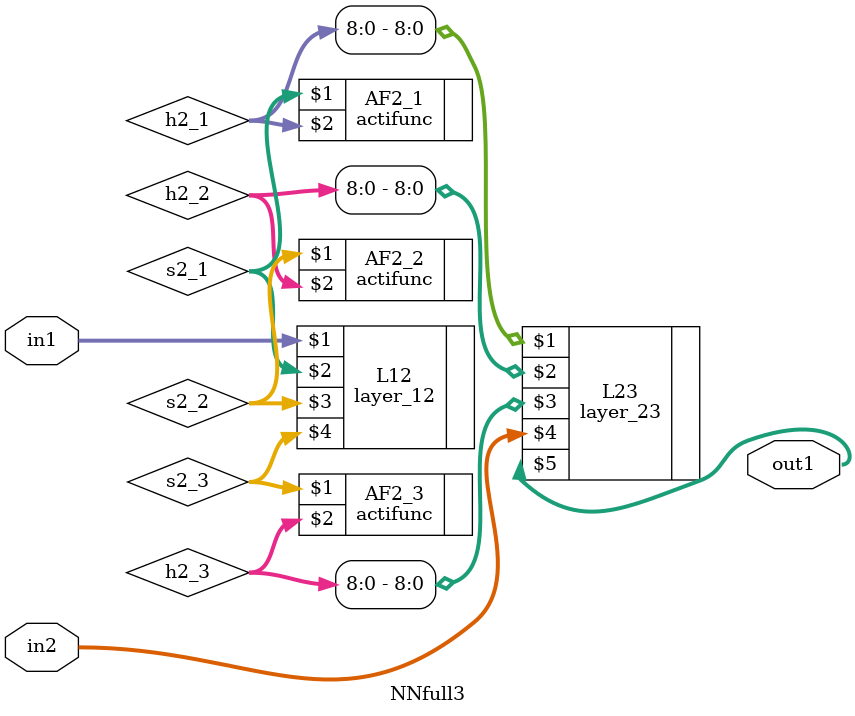
<source format=v>
`include "actifunc.v"
`include "layer_12.v"
`include "layer_23.v"
module NNfull3(in1,in2,out1);
   input [8:0] in1,in2;
   output [7:0] out1;
   wire signed [16:0] s2_1,s2_2,s2_3;
   wire signed [16:0] h2_1,h2_2,h2_3;
   layer_12 L12(in1,s2_1,s2_2,s2_3);
   actifunc #(17) AF2_1(s2_1,h2_1);
   actifunc #(17) AF2_2(s2_2,h2_2);
   actifunc #(17) AF2_3(s2_3,h2_3);
   layer_23 L23(h2_1[8:0],h2_2[8:0],h2_3[8:0],in2,out1);
endmodule
</source>
